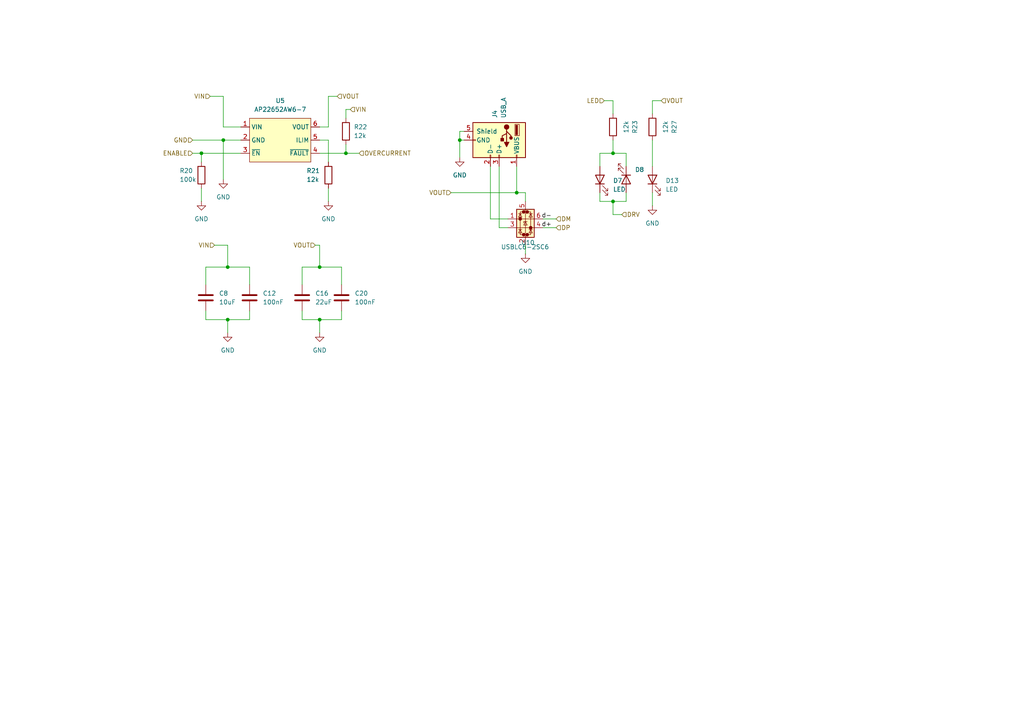
<source format=kicad_sch>
(kicad_sch (version 20231120) (generator "eeschema") (generator_version "8.0")
  (paper "A4")
  (lib_symbols
    (symbol "Connector:USB_A" (pin_names (offset 1.016))
      (property "Reference" "J" (at -5.08 11.43 0))
      (property "Value" "USB_A" (at -5.08 8.89 0))
      (symbol "USB_A_0_1"
        (rectangle (start -5.08 -7.62) (end 5.08 7.62) (stroke (width 0.254)) (fill (type background)))
        (circle (center -3.81 2.159) (radius 0.635) (stroke (width 0.254)) (fill (type outline)))
        (rectangle (start -1.524 4.826) (end -4.318 5.334) (fill (type outline)))
        (rectangle (start -1.27 4.572) (end -4.572 5.842))
        (circle (center -0.635 3.429) (radius 0.381) (stroke (width 0.254)) (fill (type outline)))
        (rectangle (start -0.127 -7.62) (end 0.127 -6.858))
        (polyline (pts (xy -3.175 2.159) (xy -2.54 2.159) (xy -1.27 3.429) (xy -0.635 3.429)) (stroke (width 0.254)))
        (polyline (pts (xy -2.54 2.159) (xy -1.905 2.159) (xy -1.27 0.889) (xy 0 0.889)) (stroke (width 0.254)))
        (polyline (pts (xy 0.635 2.794) (xy 0.635 1.524) (xy 1.905 2.159) (xy 0.635 2.794)) (stroke (width 0.254)) (fill (type outline)))
        (rectangle (start 0.254 1.27) (end -0.508 0.508) (stroke (width 0.254)) (fill (type outline)))
        (rectangle (start 5.08 -2.667) (end 4.318 -2.413))
        (rectangle (start 5.08 -0.127) (end 4.318 0.127))
        (rectangle (start 5.08 4.953) (end 4.318 5.207))
      )
      (symbol "USB_A_1_1"
        (polyline (pts (xy -1.905 2.159) (xy 0.635 2.159)) (stroke (width 0.254)))
        (pin power_in line (at 7.62 5.08 180) (length 2.54) (name "VBUS") (number "1"))
        (pin bidirectional line (at 7.62 -2.54 180) (length 2.54) (name "D-") (number "2"))
        (pin bidirectional line (at 7.62 0 180) (length 2.54) (name "D+") (number "3"))
        (pin power_in line (at 0 -10.16 90) (length 2.54) (name "GND") (number "4"))
        (pin passive line (at -2.54 -10.16 90) (length 2.54) (name "Shield") (number "5"))
      )
    )
    (symbol "Device:C" (pin_numbers hide) (pin_names (offset 0.254))
      (property "Reference" "C" (at 0.635 2.54 0))
      (property "Value" "C" (at 0.635 -2.54 0))
      (symbol "C_0_1"
        (polyline (pts (xy -2.032 -0.762) (xy 2.032 -0.762)) (stroke (width 0.508)))
        (polyline (pts (xy -2.032 0.762) (xy 2.032 0.762)) (stroke (width 0.508)))
      )
      (symbol "C_1_1"
        (pin passive line (at 0 3.81 270) (length 2.794) (name "~") (number "1"))
        (pin passive line (at 0 -3.81 90) (length 2.794) (name "~") (number "2"))
      )
    )
    (symbol "Device:LED" (pin_numbers hide) (pin_names (offset 1.016) hide)
      (property "Reference" "D" (at 0 2.54 0))
      (property "Value" "LED" (at 0 -2.54 0))
      (symbol "LED_0_1"
        (polyline (pts (xy -1.27 -1.27) (xy -1.27 1.27)) (stroke (width 0.254)))
        (polyline (pts (xy -1.27 0) (xy 1.27 0)))
        (polyline (pts (xy 1.27 -1.27) (xy 1.27 1.27) (xy -1.27 0) (xy 1.27 -1.27)) (stroke (width 0.254)))
        (polyline (pts (xy -3.048 -0.762) (xy -4.572 -2.286) (xy -3.81 -2.286) (xy -4.572 -2.286) (xy -4.572 -1.524)))
        (polyline (pts (xy -1.778 -0.762) (xy -3.302 -2.286) (xy -2.54 -2.286) (xy -3.302 -2.286) (xy -3.302 -1.524)))
      )
      (symbol "LED_1_1"
        (pin passive line (at -3.81 0 0) (length 2.54) (name "K") (number "1"))
        (pin passive line (at 3.81 0 180) (length 2.54) (name "A") (number "2"))
      )
    )
    (symbol "Device:R" (pin_numbers hide) (pin_names (offset 0))
      (property "Reference" "R" (at 2.032 0 90))
      (property "Value" "R" (at 0 0 90))
      (symbol "R_0_1"
        (rectangle (start -1.016 -2.54) (end 1.016 2.54) (stroke (width 0.254)))
      )
      (symbol "R_1_1"
        (pin passive line (at 0 3.81 270) (length 1.27) (name "~") (number "1"))
        (pin passive line (at 0 -3.81 90) (length 1.27) (name "~") (number "2"))
      )
    )
    (symbol "Power_Protection:USBLC6-2SC6" (pin_names hide)
      (property "Reference" "U" (at 0.635 5.715 0))
      (property "Value" "USBLC6-2SC6" (at 0.635 3.81 0))
      (symbol "USBLC6-2SC6_0_0"
        (circle (center -1.524 0) (radius 0.0001) (stroke (width 0.508)))
        (circle (center -0.508 -4.572) (radius 0.0001) (stroke (width 0.508)))
        (circle (center -0.508 2.032) (radius 0.0001) (stroke (width 0.508)))
        (circle (center 0.508 -4.572) (radius 0.0001) (stroke (width 0.508)))
        (circle (center 0.508 2.032) (radius 0.0001) (stroke (width 0.508)))
        (circle (center 1.524 -2.54) (radius 0.0001) (stroke (width 0.508)))
      )
      (symbol "USBLC6-2SC6_0_1"
        (polyline (pts (xy -2.54 -2.54) (xy 2.54 -2.54)))
        (polyline (pts (xy -2.54 0) (xy 2.54 0)))
        (polyline (pts (xy -2.032 -3.048) (xy -1.016 -3.048)))
        (polyline (pts (xy -1.016 1.524) (xy -2.032 1.524)))
        (polyline (pts (xy 1.016 -3.048) (xy 2.032 -3.048)))
        (polyline (pts (xy 1.016 1.524) (xy 2.032 1.524)))
        (polyline (pts (xy -0.508 -1.143) (xy -0.508 -0.762) (xy 0.508 -0.762)))
        (polyline (pts (xy -2.032 0.508) (xy -1.016 0.508) (xy -1.524 1.524) (xy -2.032 0.508)))
        (polyline (pts (xy -1.016 -4.064) (xy -2.032 -4.064) (xy -1.524 -3.048) (xy -1.016 -4.064)))
        (polyline (pts (xy 0.508 -1.778) (xy -0.508 -1.778) (xy 0 -0.762) (xy 0.508 -1.778)))
        (polyline (pts (xy 2.032 -4.064) (xy 1.016 -4.064) (xy 1.524 -3.048) (xy 2.032 -4.064)))
        (polyline (pts (xy 2.032 0.508) (xy 1.016 0.508) (xy 1.524 1.524) (xy 2.032 0.508)))
        (polyline (pts (xy 0 2.54) (xy -0.508 2.032) (xy 0.508 2.032) (xy 0 1.524) (xy 0 -4.064) (xy -0.508 -4.572) (xy 0.508 -4.572) (xy 0 -5.08)))
      )
      (symbol "USBLC6-2SC6_1_1"
        (rectangle (start -2.54 2.794) (end 2.54 -5.334) (stroke (width 0.254)) (fill (type background)))
        (polyline (pts (xy -0.508 2.032) (xy -1.524 2.032) (xy -1.524 -4.572) (xy -0.508 -4.572)))
        (polyline (pts (xy 0.508 -4.572) (xy 1.524 -4.572) (xy 1.524 2.032) (xy 0.508 2.032)))
        (pin passive line (at -5.08 0 0) (length 2.54) (name "I/O1") (number "1"))
        (pin passive line (at 0 -7.62 90) (length 2.54) (name "GND") (number "2"))
        (pin passive line (at -5.08 -2.54 0) (length 2.54) (name "I/O2") (number "3"))
        (pin passive line (at 5.08 -2.54 180) (length 2.54) (name "I/O2") (number "4"))
        (pin passive line (at 0 5.08 270) (length 2.54) (name "VBUS") (number "5"))
        (pin passive line (at 5.08 0 180) (length 2.54) (name "I/O1") (number "6"))
      )
    )
    (symbol "lib:AP22652W6-7_(sot_25-6)"
      (property "Reference" "U" (at 0 0 0))
      (property "Value" "AP22652W6-7" (at 0.508 -8.128 0))
      (symbol "AP22652W6-7_(sot_25-6)_1_1"
        (rectangle (start -8.89 6.35) (end 8.89 -6.35) (fill (type background)))
        (pin power_in line (at -11.43 3.81 0) (length 2.54) (name "VIN") (number "1"))
        (pin power_in line (at -11.43 0 0) (length 2.54) (name "GND") (number "2"))
        (pin input line (at -11.43 -3.81 0) (length 2.54) (name "~{EN}") (number "3"))
        (pin output line (at 11.43 -3.81 180) (length 2.54) (name "~{FAULT}") (number "4"))
        (pin input line (at 11.43 0 180) (length 2.54) (name "ILIM") (number "5"))
        (pin power_out line (at 11.43 3.81 180) (length 2.54) (name "VOUT") (number "6"))
      )
    )
    (symbol "power:GND" (power) (pin_numbers hide) (pin_names (offset 0) hide)
      (property "Value" "GND" (at 0 -3.81 0))
      (symbol "GND_0_1"
        (polyline (pts (xy 0 0) (xy 0 -1.27) (xy 1.27 -1.27) (xy 0 -2.54) (xy -1.27 -1.27) (xy 0 -1.27)))
      )
      (symbol "GND_1_1"
        (pin power_in line (at 0 0 270) (length 0) (name "~") (number "1"))
      )
    )
  )
  (junction (at 100.33 44.45))
  (junction (at 66.04 92.71))
  (junction (at 58.42 44.45))
  (junction (at 149.86 55.88))
  (junction (at 177.8 58.42))
  (junction (at 133.35 40.64))
  (junction (at 66.04 77.47))
  (junction (at 64.77 40.64))
  (junction (at 177.8 44.45))
  (junction (at 92.71 92.71))
  (junction (at 92.71 77.47))
  (wire (pts (xy 92.71 77.47) (xy 99.06 77.47)))
  (wire (pts (xy 133.35 38.1) (xy 133.35 40.64)))
  (wire (pts (xy 177.8 40.64) (xy 177.8 44.45)))
  (wire (pts (xy 100.33 44.45) (xy 104.14 44.45)))
  (wire (pts (xy 177.8 58.42) (xy 177.8 62.23)))
  (wire (pts (xy 181.61 58.42) (xy 177.8 58.42)))
  (wire (pts (xy 87.63 77.47) (xy 92.71 77.47)))
  (wire (pts (xy 92.71 40.64) (xy 95.25 40.64)))
  (wire (pts (xy 181.61 44.45) (xy 181.61 48.26)))
  (wire (pts (xy 62.23 71.12) (xy 66.04 71.12)))
  (wire (pts (xy 58.42 44.45) (xy 58.42 46.99)))
  (wire (pts (xy 55.88 44.45) (xy 58.42 44.45)))
  (wire (pts (xy 134.62 40.64) (xy 133.35 40.64)))
  (wire (pts (xy 95.25 54.61) (xy 95.25 58.42)))
  (wire (pts (xy 95.25 40.64) (xy 95.25 46.99)))
  (wire (pts (xy 157.48 63.5) (xy 161.29 63.5)))
  (wire (pts (xy 177.8 44.45) (xy 181.61 44.45)))
  (wire (pts (xy 149.86 48.26) (xy 149.86 55.88)))
  (wire (pts (xy 177.8 58.42) (xy 173.99 58.42)))
  (wire (pts (xy 142.24 63.5) (xy 147.32 63.5)))
  (wire (pts (xy 99.06 90.17) (xy 99.06 92.71)))
  (wire (pts (xy 189.23 40.64) (xy 189.23 48.26)))
  (wire (pts (xy 91.44 71.12) (xy 92.71 71.12)))
  (wire (pts (xy 101.6 31.75) (xy 100.33 31.75)))
  (wire (pts (xy 180.34 62.23) (xy 177.8 62.23)))
  (wire (pts (xy 92.71 44.45) (xy 100.33 44.45)))
  (wire (pts (xy 72.39 90.17) (xy 72.39 92.71)))
  (wire (pts (xy 59.69 92.71) (xy 66.04 92.71)))
  (wire (pts (xy 173.99 58.42) (xy 173.99 55.88)))
  (wire (pts (xy 133.35 40.64) (xy 133.35 45.72)))
  (wire (pts (xy 64.77 27.94) (xy 64.77 36.83)))
  (wire (pts (xy 149.86 55.88) (xy 152.4 55.88)))
  (wire (pts (xy 100.33 41.91) (xy 100.33 44.45)))
  (wire (pts (xy 157.48 66.04) (xy 161.29 66.04)))
  (wire (pts (xy 152.4 55.88) (xy 152.4 58.42)))
  (wire (pts (xy 58.42 44.45) (xy 69.85 44.45)))
  (wire (pts (xy 181.61 55.88) (xy 181.61 58.42)))
  (wire (pts (xy 152.4 71.12) (xy 152.4 73.66)))
  (wire (pts (xy 87.63 82.55) (xy 87.63 77.47)))
  (wire (pts (xy 59.69 90.17) (xy 59.69 92.71)))
  (wire (pts (xy 87.63 92.71) (xy 87.63 90.17)))
  (wire (pts (xy 100.33 31.75) (xy 100.33 34.29)))
  (wire (pts (xy 130.81 55.88) (xy 149.86 55.88)))
  (wire (pts (xy 92.71 92.71) (xy 92.71 96.52)))
  (wire (pts (xy 58.42 54.61) (xy 58.42 58.42)))
  (wire (pts (xy 173.99 44.45) (xy 177.8 44.45)))
  (wire (pts (xy 173.99 44.45) (xy 173.99 48.26)))
  (wire (pts (xy 60.96 27.94) (xy 64.77 27.94)))
  (wire (pts (xy 95.25 27.94) (xy 97.79 27.94)))
  (wire (pts (xy 144.78 66.04) (xy 147.32 66.04)))
  (wire (pts (xy 64.77 36.83) (xy 69.85 36.83)))
  (wire (pts (xy 66.04 77.47) (xy 72.39 77.47)))
  (wire (pts (xy 177.8 29.21) (xy 177.8 33.02)))
  (wire (pts (xy 72.39 92.71) (xy 66.04 92.71)))
  (wire (pts (xy 92.71 92.71) (xy 87.63 92.71)))
  (wire (pts (xy 92.71 71.12) (xy 92.71 77.47)))
  (wire (pts (xy 189.23 55.88) (xy 189.23 59.69)))
  (wire (pts (xy 175.26 29.21) (xy 177.8 29.21)))
  (wire (pts (xy 189.23 29.21) (xy 191.77 29.21)))
  (wire (pts (xy 59.69 77.47) (xy 66.04 77.47)))
  (wire (pts (xy 144.78 48.26) (xy 144.78 66.04)))
  (wire (pts (xy 92.71 36.83) (xy 95.25 36.83)))
  (wire (pts (xy 95.25 36.83) (xy 95.25 27.94)))
  (wire (pts (xy 142.24 48.26) (xy 142.24 63.5)))
  (wire (pts (xy 134.62 38.1) (xy 133.35 38.1)))
  (wire (pts (xy 72.39 77.47) (xy 72.39 82.55)))
  (wire (pts (xy 55.88 40.64) (xy 64.77 40.64)))
  (wire (pts (xy 99.06 77.47) (xy 99.06 82.55)))
  (wire (pts (xy 66.04 92.71) (xy 66.04 96.52)))
  (wire (pts (xy 66.04 71.12) (xy 66.04 77.47)))
  (wire (pts (xy 64.77 52.07) (xy 64.77 40.64)))
  (wire (pts (xy 59.69 82.55) (xy 59.69 77.47)))
  (wire (pts (xy 189.23 33.02) (xy 189.23 29.21)))
  (wire (pts (xy 64.77 40.64) (xy 69.85 40.64)))
  (wire (pts (xy 99.06 92.71) (xy 92.71 92.71)))
  (label "d+" (at 160.02 66.04 180))
  (label "d-" (at 160.02 63.5 180))
  (hierarchical_label "LED" (shape input) (at 175.26 29.21 180))
  (hierarchical_label "ENABLE" (shape input) (at 55.88 44.45 180))
  (hierarchical_label "VIN" (shape input) (at 62.23 71.12 180))
  (hierarchical_label "VIN" (shape input) (at 60.96 27.94 180))
  (hierarchical_label "DM" (shape input) (at 161.29 63.5 0))
  (hierarchical_label "VOUT" (shape input) (at 97.79 27.94 0))
  (hierarchical_label "DP" (shape input) (at 161.29 66.04 0))
  (hierarchical_label "DRV" (shape input) (at 180.34 62.23 0))
  (hierarchical_label "VIN" (shape input) (at 101.6 31.75 0))
  (hierarchical_label "VOUT" (shape input) (at 91.44 71.12 180))
  (hierarchical_label "GND" (shape input) (at 55.88 40.64 180))
  (hierarchical_label "OVERCURRENT" (shape input) (at 104.14 44.45 0))
  (hierarchical_label "VOUT" (shape input) (at 191.77 29.21 0))
  (hierarchical_label "VOUT" (shape input) (at 130.81 55.88 180))
  (symbol (lib_id "Device:R") (at 58.42 50.8 180) (unit 1)
    (property "Reference" "R20" (at 52.07 49.53 0) (effects (justify right)))
    (property "Value" "100k" (at 52.07 52.07 0) (effects (justify right)))
    (property "Footprint" "Resistor_SMD:R_0603_1608Metric" (effects (hide yes)))
    (property "Description" "Resistor" (effects (hide yes)))
    (property "LCSC" "C25803" (effects (hide yes)))
    (instances (project "project" (path "" (reference "R20") (unit 1)) (path "" (reference "R16") (unit 1)) (path "" (reference "R2") (unit 1)) (path "" (reference "R12") (unit 1))))
  )
  (symbol (lib_id "Device:R") (at 189.23 36.83 0) (unit 1)
    (property "Reference" "R27" (at 195.58 36.83 90))
    (property "Value" "12k" (at 193.04 36.83 90))
    (property "Footprint" "Resistor_SMD:R_0603_1608Metric" (effects (hide yes)))
    (property "Description" "Resistor" (effects (hide yes)))
    (property "LCSC" "C22790" (effects (hide yes)))
    (instances (project "project" (path "" (reference "R27") (unit 1)) (path "" (reference "R26") (unit 1)) (path "" (reference "R25") (unit 1)) (path "" (reference "R24") (unit 1))))
  )
  (symbol (lib_id "power:GND") (at 189.23 59.69 0) (unit 1)
    (property "Reference" "#PWR051" (effects (hide yes)))
    (property "Value" "GND" (at 189.23 64.77 0))
    (property "Description" "Power symbol creates a global label with name \"GND\" , ground" (effects (hide yes)))
    (instances (project "project" (path "" (reference "#PWR051") (unit 1)) (path "" (reference "#PWR050") (unit 1)) (path "" (reference "#PWR049") (unit 1)) (path "" (reference "#PWR035") (unit 1))))
  )
  (symbol (lib_id "Device:C") (at 99.06 86.36 0) (unit 1)
    (property "Reference" "C20" (at 102.87 85.0899 0) (effects (justify left)))
    (property "Value" "100nF" (at 102.87 87.6299 0) (effects (justify left)))
    (property "Footprint" "Capacitor_SMD:C_0603_1608Metric" (effects (hide yes)))
    (property "Description" "Unpolarized capacitor" (effects (hide yes)))
    (property "LCSC" "C14663" (effects (hide yes)))
    (instances (project "project" (path "" (reference "C20") (unit 1)) (path "" (reference "C19") (unit 1)) (path "" (reference "C18") (unit 1)) (path "" (reference "C17") (unit 1))))
  )
  (symbol (lib_id "Device:R") (at 100.33 38.1 180) (unit 1)
    (property "Reference" "R22" (at 102.616 36.83 0) (effects (justify right)))
    (property "Value" "12k" (at 102.616 39.37 0) (effects (justify right)))
    (property "Footprint" "Resistor_SMD:R_0603_1608Metric" (effects (hide yes)))
    (property "Description" "Resistor" (effects (hide yes)))
    (property "LCSC" "C22790" (effects (hide yes)))
    (instances (project "project" (path "" (reference "R22") (unit 1)) (path "" (reference "R18") (unit 1)) (path "" (reference "R4") (unit 1)) (path "" (reference "R14") (unit 1))))
  )
  (symbol (lib_id "power:GND") (at 95.25 58.42 0) (unit 1)
    (property "Reference" "#PWR033" (effects (hide yes)))
    (property "Value" "GND" (at 95.25 63.5 0))
    (property "Description" "Power symbol creates a global label with name \"GND\" , ground" (effects (hide yes)))
    (instances (project "project" (path "" (reference "#PWR033") (unit 1)) (path "" (reference "#PWR028") (unit 1)) (path "" (reference "#PWR08") (unit 1)) (path "" (reference "#PWR022") (unit 1))))
  )
  (symbol (lib_id "power:GND") (at 66.04 96.52 0) (unit 1)
    (property "Reference" "#PWR039" (effects (hide yes)))
    (property "Value" "GND" (at 66.04 101.6 0))
    (property "Description" "Power symbol creates a global label with name \"GND\" , ground" (effects (hide yes)))
    (instances (project "project" (path "" (reference "#PWR039") (unit 1)) (path "" (reference "#PWR038") (unit 1)) (path "" (reference "#PWR037") (unit 1)) (path "" (reference "#PWR036") (unit 1))))
  )
  (symbol (lib_id "Device:LED") (at 181.61 52.07 270) (unit 1)
    (property "Reference" "D8" (at 184.15 49.2124 90) (effects (justify left)))
    (property "Value" "LED" (effects (hide yes)))
    (property "Footprint" "LED_SMD:LED_0805_2012Metric" (effects (hide yes)))
    (property "Description" "Light emitting diode" (effects (hide yes)))
    (property "LCSC" "C2297" (effects (hide yes)))
    (instances (project "project" (path "" (reference "D8") (unit 1)) (path "" (reference "D6") (unit 1)) (path "" (reference "D4") (unit 1)) (path "" (reference "D2") (unit 1))))
  )
  (symbol (lib_id "Power_Protection:USBLC6-2SC6") (at 152.4 63.5 0) (unit 1)
    (property "Reference" "U10" (at 151.13 70.358 0) (effects (justify left)))
    (property "Value" "USBLC6-2SC6" (at 145.288 71.628 0) (effects (justify left)))
    (property "Footprint" "Package_TO_SOT_SMD:SOT-23-6" (effects (hide yes)))
    (property "Datasheet" "https://www.st.com/resource/en/datasheet/usblc6-2.pdf" (effects (hide yes)))
    (property "Description" "Very low capacitance ESD protection diode, 2 data-line, SOT-23-6" (effects (hide yes)))
    (property "LCSC" "C7519" (effects (hide yes)))
    (instances (project "project" (path "" (reference "U10") (unit 1)) (path "" (reference "U9") (unit 1)) (path "" (reference "U8") (unit 1)) (path "" (reference "U7") (unit 1))))
  )
  (symbol (lib_id "Device:C") (at 87.63 86.36 0) (unit 1)
    (property "Reference" "C16" (at 91.44 85.0899 0) (effects (justify left)))
    (property "Value" "22uF" (at 91.44 87.6299 0) (effects (justify left)))
    (property "Footprint" "Capacitor_SMD:C_1206_3216Metric" (effects (hide yes)))
    (property "Description" "Unpolarized capacitor" (effects (hide yes)))
    (property "LCSC" "C12891" (effects (hide yes)))
    (instances (project "project" (path "" (reference "C16") (unit 1)) (path "" (reference "C15") (unit 1)) (path "" (reference "C14") (unit 1)) (path "" (reference "C13") (unit 1))))
  )
  (symbol (lib_id "power:GND") (at 133.35 45.72 0) (unit 1)
    (property "Reference" "#PWR034" (effects (hide yes)))
    (property "Value" "GND" (at 133.35 50.8 0))
    (property "Description" "Power symbol creates a global label with name \"GND\" , ground" (effects (hide yes)))
    (instances (project "project" (path "" (reference "#PWR034") (unit 1)) (path "" (reference "#PWR029") (unit 1)) (path "" (reference "#PWR09") (unit 1)) (path "" (reference "#PWR02") (unit 1))))
  )
  (symbol (lib_id "Device:C") (at 59.69 86.36 0) (unit 1)
    (property "Reference" "C8" (at 63.5 85.0899 0) (effects (justify left)))
    (property "Value" "10uF" (at 63.5 87.6299 0) (effects (justify left)))
    (property "Footprint" "Capacitor_SMD:C_0805_2012Metric" (effects (hide yes)))
    (property "Description" "Unpolarized capacitor" (effects (hide yes)))
    (property "LCSC" "C15850" (effects (hide yes)))
    (instances (project "project" (path "" (reference "C8") (unit 1)) (path "" (reference "C7") (unit 1)) (path "" (reference "C6") (unit 1)) (path "" (reference "C5") (unit 1))))
  )
  (symbol (lib_id "Connector:USB_A") (at 144.78 40.64 270) (unit 1)
    (property "Reference" "J4" (at 143.5099 34.29 0) (effects (justify right)))
    (property "Value" "USB_A" (at 146.0499 34.29 0) (effects (justify right)))
    (property "Footprint" "Library:SHOU HAN 10.0 QHHTZB6.3" (effects (hide yes)))
    (property "Description" "USB Type A connector" (effects (hide yes)))
    (property "LCSC" "C668591" (effects (hide yes)))
    (instances (project "project" (path "" (reference "J4") (unit 1)) (path "" (reference "J3") (unit 1)) (path "" (reference "J2") (unit 1)) (path "" (reference "J1") (unit 1))))
  )
  (symbol (lib_id "power:GND") (at 152.4 73.66 0) (unit 1)
    (property "Reference" "#PWR048" (effects (hide yes)))
    (property "Value" "GND" (at 152.4 78.74 0))
    (property "Description" "Power symbol creates a global label with name \"GND\" , ground" (effects (hide yes)))
    (instances (project "project" (path "" (reference "#PWR048") (unit 1)) (path "" (reference "#PWR047") (unit 1)) (path "" (reference "#PWR046") (unit 1)) (path "" (reference "#PWR045") (unit 1))))
  )
  (symbol (lib_id "Device:C") (at 72.39 86.36 0) (unit 1)
    (property "Reference" "C12" (at 76.2 85.0899 0) (effects (justify left)))
    (property "Value" "100nF" (at 76.2 87.6299 0) (effects (justify left)))
    (property "Footprint" "Capacitor_SMD:C_0603_1608Metric" (effects (hide yes)))
    (property "Description" "Unpolarized capacitor" (effects (hide yes)))
    (property "LCSC" "C14663" (effects (hide yes)))
    (instances (project "project" (path "" (reference "C12") (unit 1)) (path "" (reference "C11") (unit 1)) (path "" (reference "C10") (unit 1)) (path "" (reference "C9") (unit 1))))
  )
  (symbol (lib_id "Device:LED") (at 173.99 52.07 90) (unit 1)
    (property "Reference" "D7" (at 177.8 52.3874 90) (effects (justify right)))
    (property "Value" "LED" (at 177.8 54.9274 90) (effects (justify right)))
    (property "Footprint" "LED_SMD:LED_0805_2012Metric" (effects (hide yes)))
    (property "Description" "Light emitting diode" (effects (hide yes)))
    (property "LCSC" "C965812" (effects (hide yes)))
    (instances (project "project" (path "" (reference "D7") (unit 1)) (path "" (reference "D5") (unit 1)) (path "" (reference "D3") (unit 1)) (path "" (reference "D1") (unit 1))))
  )
  (symbol (lib_id "power:GND") (at 92.71 96.52 0) (unit 1)
    (property "Reference" "#PWR043" (effects (hide yes)))
    (property "Value" "GND" (at 92.71 101.6 0))
    (property "Description" "Power symbol creates a global label with name \"GND\" , ground" (effects (hide yes)))
    (instances (project "project" (path "" (reference "#PWR043") (unit 1)) (path "" (reference "#PWR042") (unit 1)) (path "" (reference "#PWR041") (unit 1)) (path "" (reference "#PWR040") (unit 1))))
  )
  (symbol (lib_id "power:GND") (at 58.42 58.42 0) (unit 1)
    (property "Reference" "#PWR031" (effects (hide yes)))
    (property "Value" "GND" (at 58.42 63.5 0))
    (property "Description" "Power symbol creates a global label with name \"GND\" , ground" (effects (hide yes)))
    (instances (project "project" (path "" (reference "#PWR031") (unit 1)) (path "" (reference "#PWR026") (unit 1)) (path "" (reference "#PWR06") (unit 1)) (path "" (reference "#PWR020") (unit 1))))
  )
  (symbol (lib_id "Device:R") (at 177.8 36.83 0) (unit 1)
    (property "Reference" "R23" (at 184.15 36.83 90))
    (property "Value" "12k" (at 181.61 36.83 90))
    (property "Footprint" "Resistor_SMD:R_0603_1608Metric" (effects (hide yes)))
    (property "Description" "Resistor" (effects (hide yes)))
    (property "LCSC" "C22790" (effects (hide yes)))
    (instances (project "project" (path "" (reference "R23") (unit 1)) (path "" (reference "R19") (unit 1)) (path "" (reference "R15") (unit 1)) (path "" (reference "R1") (unit 1))))
  )
  (symbol (lib_id "Device:LED") (at 189.23 52.07 90) (unit 1)
    (property "Reference" "D13" (at 193.04 52.3874 90) (effects (justify right)))
    (property "Value" "LED" (at 193.04 54.9274 90) (effects (justify right)))
    (property "Footprint" "LED_SMD:LED_0805_2012Metric" (effects (hide yes)))
    (property "Description" "Light emitting diode" (effects (hide yes)))
    (property "LCSC" "C965819" (effects (hide yes)))
    (instances (project "project" (path "" (reference "D13") (unit 1)) (path "" (reference "D12") (unit 1)) (path "" (reference "D11") (unit 1)) (path "" (reference "D10") (unit 1))))
  )
  (symbol (lib_id "power:GND") (at 64.77 52.07 0) (unit 1)
    (property "Reference" "#PWR032" (effects (hide yes)))
    (property "Value" "GND" (at 64.77 57.15 0))
    (property "Description" "Power symbol creates a global label with name \"GND\" , ground" (effects (hide yes)))
    (instances (project "project" (path "" (reference "#PWR032") (unit 1)) (path "" (reference "#PWR027") (unit 1)) (path "" (reference "#PWR07") (unit 1)) (path "" (reference "#PWR021") (unit 1))))
  )
  (symbol (lib_id "Device:R") (at 95.25 50.8 180) (unit 1)
    (property "Reference" "R21" (at 88.9 49.53 0) (effects (justify right)))
    (property "Value" "12k" (at 88.9 52.07 0) (effects (justify right)))
    (property "Footprint" "Resistor_SMD:R_0603_1608Metric" (effects (hide yes)))
    (property "Description" "Resistor" (effects (hide yes)))
    (property "LCSC" "C22790" (effects (hide yes)))
    (instances (project "project" (path "" (reference "R21") (unit 1)) (path "" (reference "R17") (unit 1)) (path "" (reference "R3") (unit 1)) (path "" (reference "R13") (unit 1))))
  )
  (symbol (lib_id "lib:AP22652W6-7_(sot_25-6)") (at 81.28 40.64 0) (unit 1)
    (property "Reference" "U5" (at 81.28 29.21 0))
    (property "Value" "AP22652AW6-7" (at 81.28 31.75 0))
    (property "Footprint" "Package_TO_SOT_SMD:SOT-23-6" (effects (hide yes)))
    (property "Datasheet" "https://www.lcsc.com/datasheet/lcsc_datasheet_2108051530_Diodes-Incorporated-AP22652W6-7_C2158038.pdf" (effects (hide yes)))
    (property "LCSC" "C5329413" (effects (hide yes)))
    (instances (project "project" (path "" (reference "U5") (unit 1)) (path "" (reference "U4") (unit 1)) (path "" (reference "U3") (unit 1)) (path "" (reference "U2") (unit 1))))
  )
)
</source>
